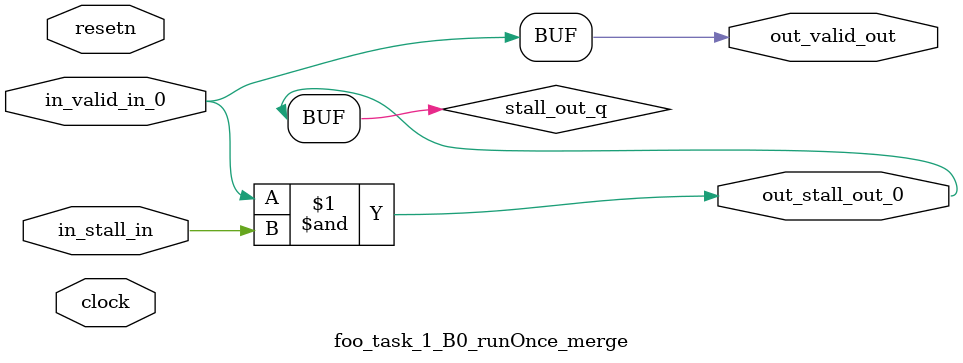
<source format=sv>



(* altera_attribute = "-name AUTO_SHIFT_REGISTER_RECOGNITION OFF; -name MESSAGE_DISABLE 10036; -name MESSAGE_DISABLE 10037; -name MESSAGE_DISABLE 14130; -name MESSAGE_DISABLE 14320; -name MESSAGE_DISABLE 15400; -name MESSAGE_DISABLE 14130; -name MESSAGE_DISABLE 10036; -name MESSAGE_DISABLE 12020; -name MESSAGE_DISABLE 12030; -name MESSAGE_DISABLE 12010; -name MESSAGE_DISABLE 12110; -name MESSAGE_DISABLE 14320; -name MESSAGE_DISABLE 13410; -name MESSAGE_DISABLE 113007; -name MESSAGE_DISABLE 10958" *)
module foo_task_1_B0_runOnce_merge (
    input wire [0:0] in_stall_in,
    input wire [0:0] in_valid_in_0,
    output wire [0:0] out_stall_out_0,
    output wire [0:0] out_valid_out,
    input wire clock,
    input wire resetn
    );

    wire [0:0] stall_out_q;


    // stall_out(LOGICAL,6)
    assign stall_out_q = in_valid_in_0 & in_stall_in;

    // out_stall_out_0(GPOUT,4)
    assign out_stall_out_0 = stall_out_q;

    // out_valid_out(GPOUT,5)
    assign out_valid_out = in_valid_in_0;

endmodule

</source>
